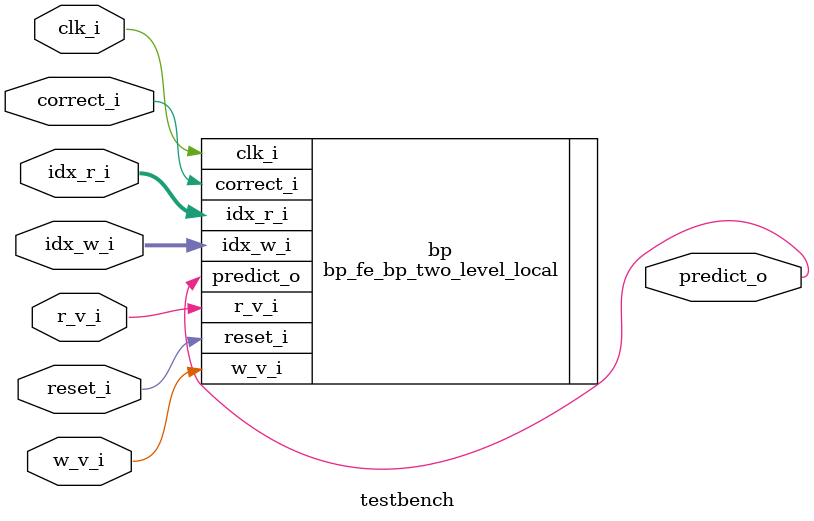
<source format=sv>
module testbench
  #( parameter bht_idx_width_p   = 2
  ,  parameter bp_cnt_sat_bits_p = 2
  ,  parameter bp_n_hist         = 2
  )
  ( input                       clk_i
  , input                       reset_i

  , input                       w_v_i
  , input [bht_idx_width_p-1:0] idx_w_i
  , input                       correct_i

  , input                       r_v_i
  , input [bht_idx_width_p-1:0] idx_r_i
  , output                      predict_o
  );

  // instantiate two-level local predictor
  bp_fe_bp_two_level_local
   #( .bht_idx_width_p(bht_idx_width_p)
    , .bp_cnt_sat_bits_p(bp_cnt_sat_bits_p)
    , .bp_n_hist(bp_n_hist)
    )
    bp
    ( .clk_i(clk_i)
    , .reset_i(reset_i)

    , .w_v_i(w_v_i)
    , .idx_w_i(idx_w_i)
    , .correct_i(correct_i)

    , .r_v_i(r_v_i)
    , .idx_r_i(idx_r_i)
    , .predict_o(predict_o)
  );


`ifndef VERILATOR
  // dump waves
  initial begin
    $dumpfile("dump.vcd");
    $dumpvars(1, testbench);
  end
`endif

endmodule

</source>
